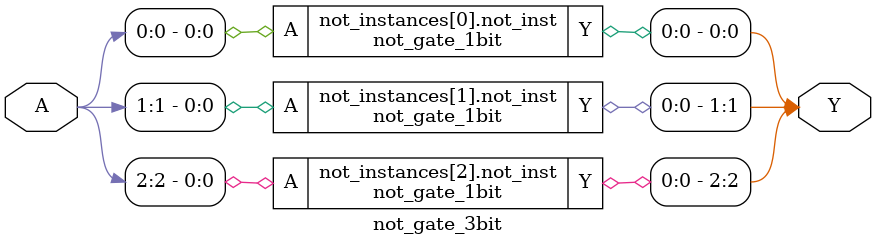
<source format=sv>
module not_gate_1bit (
    input wire A,
    output wire Y
);
    assign Y = ~A;
endmodule

module not_gate_3bit (
    input wire [2:0] A,
    output wire [2:0] Y
);
    genvar i;
    generate
        for (i = 0; i < 3; i = i + 1) begin : not_instances
            not_gate_1bit not_inst (
                .A(A[i]),
                .Y(Y[i])
            );
        end
    endgenerate
endmodule
</source>
